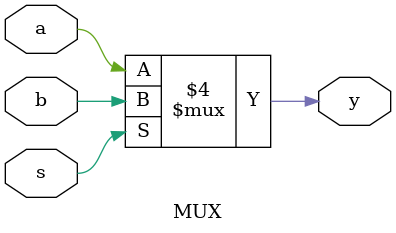
<source format=v>
module MUX(a,b,s,y);
input a,b,s;
output y;
reg y;
always@(a,b,s)
begin
if(s==1'b1) y<=b;
else  y<=a;
end
endmodule

</source>
